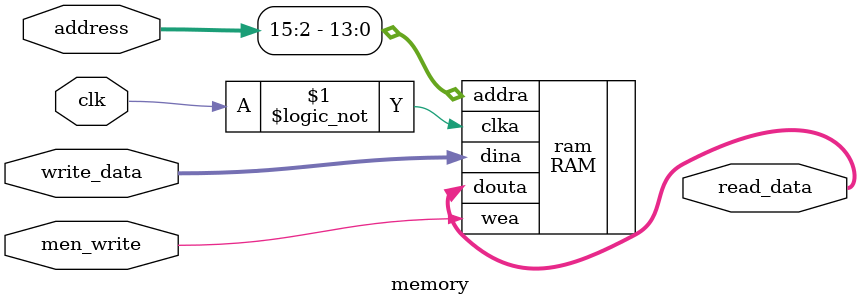
<source format=v>
module memory(
    input        clk,
    input[31:0]  address,
    input[31:0]  write_data,
    input        men_write,
    output[31:0] read_data
);

RAM ram (
    .clka(!clk),
    .wea(men_write),
    .addra(address[15:2]),
    .dina(write_data),
    .douta(read_data)
);

endmodule
</source>
